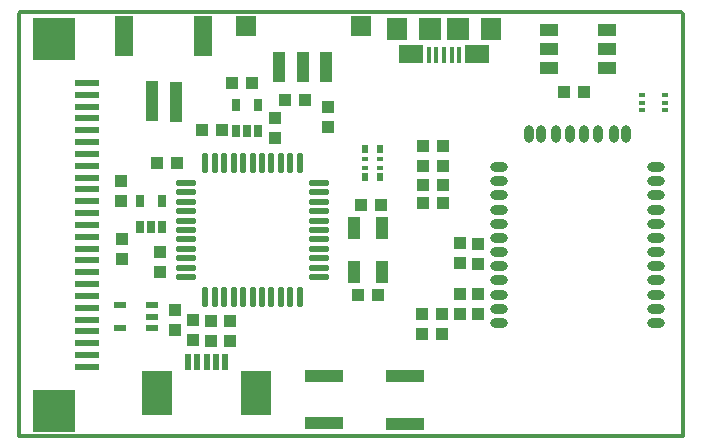
<source format=gtp>
G04 Layer_Color=8421504*
%FSLAX25Y25*%
%MOIN*%
G70*
G01*
G75*
%ADD11R,0.07874X0.02402*%
%ADD12R,0.14173X0.14173*%
%ADD13R,0.05906X0.13386*%
%ADD14R,0.03937X0.13780*%
%ADD15R,0.02362X0.01654*%
%ADD17R,0.02559X0.03937*%
%ADD18O,0.03150X0.05906*%
%ADD19O,0.05906X0.03150*%
%ADD20R,0.04331X0.03937*%
%ADD21R,0.03937X0.04331*%
%ADD22R,0.05906X0.03937*%
%ADD23R,0.09843X0.14961*%
%ADD24R,0.01969X0.05512*%
%ADD25R,0.12598X0.03937*%
%ADD26R,0.07087X0.07480*%
%ADD27R,0.07480X0.07480*%
%ADD28R,0.08268X0.06299*%
%ADD29R,0.01575X0.05315*%
%ADD30R,0.04134X0.02362*%
%ADD31R,0.03937X0.10039*%
%ADD32R,0.06693X0.06693*%
%ADD33R,0.02362X0.02559*%
%ADD34R,0.02362X0.01772*%
%ADD35R,0.04331X0.07480*%
%ADD36O,0.06890X0.02165*%
%ADD37O,0.02165X0.06890*%
%ADD42C,0.01200*%
%ADD57R,0.00492X0.01969*%
D11*
X128929Y122389D02*
D03*
Y126334D02*
D03*
Y146044D02*
D03*
Y142102D02*
D03*
Y185462D02*
D03*
Y165753D02*
D03*
Y169695D02*
D03*
Y161811D02*
D03*
X128929Y189443D02*
D03*
Y201269D02*
D03*
Y197327D02*
D03*
Y217037D02*
D03*
Y193385D02*
D03*
X128929Y157869D02*
D03*
Y153927D02*
D03*
Y149985D02*
D03*
Y181521D02*
D03*
Y177579D02*
D03*
Y173637D02*
D03*
X128929Y213095D02*
D03*
Y209153D02*
D03*
Y205211D02*
D03*
X128929Y138160D02*
D03*
Y134218D02*
D03*
Y130276D02*
D03*
D12*
X117906Y231614D02*
D03*
Y107795D02*
D03*
D13*
X167593Y232672D02*
D03*
X141232Y232677D02*
D03*
D14*
X150476Y210842D02*
D03*
X158362Y210837D02*
D03*
D15*
X321339Y207941D02*
D03*
Y210500D02*
D03*
Y213059D02*
D03*
X313858Y207941D02*
D03*
Y210500D02*
D03*
Y213059D02*
D03*
D17*
X185906Y201102D02*
D03*
X182165D02*
D03*
X178425D02*
D03*
X185906Y209567D02*
D03*
X178425D02*
D03*
X146425Y177567D02*
D03*
X153906D02*
D03*
X146425Y169102D02*
D03*
X150165D02*
D03*
X153906D02*
D03*
D18*
X299326Y199994D02*
D03*
X308381D02*
D03*
X289877D02*
D03*
X294602D02*
D03*
X276098D02*
D03*
X285153D02*
D03*
X304444D02*
D03*
X280035D02*
D03*
D19*
X266255Y137002D02*
D03*
Y141726D02*
D03*
Y146450D02*
D03*
Y151175D02*
D03*
Y155899D02*
D03*
Y160624D02*
D03*
Y165348D02*
D03*
Y170072D02*
D03*
Y174797D02*
D03*
Y179521D02*
D03*
Y184246D02*
D03*
Y188970D02*
D03*
X318617D02*
D03*
Y184246D02*
D03*
Y179521D02*
D03*
Y174797D02*
D03*
Y170072D02*
D03*
Y165348D02*
D03*
Y160624D02*
D03*
Y155899D02*
D03*
Y151175D02*
D03*
Y146450D02*
D03*
Y141726D02*
D03*
Y137002D02*
D03*
D20*
X158945Y190500D02*
D03*
X152252D02*
D03*
X294445Y214000D02*
D03*
X287752D02*
D03*
X247445Y189500D02*
D03*
X240752D02*
D03*
X247445Y196000D02*
D03*
X240752D02*
D03*
X201445Y211500D02*
D03*
X194752D02*
D03*
X183945Y217000D02*
D03*
X177252D02*
D03*
X173945Y201500D02*
D03*
X167252D02*
D03*
X225748Y146500D02*
D03*
X219055D02*
D03*
X240752Y177000D02*
D03*
X247445D02*
D03*
X240752Y183000D02*
D03*
X247445D02*
D03*
X220252Y176500D02*
D03*
X226945D02*
D03*
D21*
X247000Y139945D02*
D03*
Y133252D02*
D03*
X140500Y164945D02*
D03*
Y158252D02*
D03*
X140000Y177555D02*
D03*
Y184248D02*
D03*
X259000Y163445D02*
D03*
Y156752D02*
D03*
X158000Y134555D02*
D03*
Y141248D02*
D03*
X253000Y157055D02*
D03*
Y163748D02*
D03*
X259000Y140055D02*
D03*
Y146748D02*
D03*
X253000Y140055D02*
D03*
Y146748D02*
D03*
X240500Y139945D02*
D03*
Y133252D02*
D03*
X191500Y198555D02*
D03*
Y205248D02*
D03*
X209000Y208945D02*
D03*
Y202252D02*
D03*
X164000Y131252D02*
D03*
Y137945D02*
D03*
X176500Y137748D02*
D03*
Y131055D02*
D03*
X170000Y137748D02*
D03*
Y131055D02*
D03*
X153000Y160748D02*
D03*
Y154055D02*
D03*
D22*
X302176Y222115D02*
D03*
X302176Y228413D02*
D03*
X302177Y234712D02*
D03*
X282879Y234713D02*
D03*
X282879Y228414D02*
D03*
X282878Y222116D02*
D03*
D23*
X152137Y113790D02*
D03*
X185192Y113778D02*
D03*
D24*
X165537Y123889D02*
D03*
X162387Y123889D02*
D03*
X168687Y123888D02*
D03*
X174986Y123887D02*
D03*
X171836Y123888D02*
D03*
D25*
X234671Y103507D02*
D03*
X234670Y119257D02*
D03*
X207890Y119261D02*
D03*
X207892Y103511D02*
D03*
D26*
X232060Y234873D02*
D03*
X263568Y234879D02*
D03*
D27*
X243086Y234873D02*
D03*
X252536Y234876D02*
D03*
D28*
X236784Y226802D02*
D03*
X258838Y226817D02*
D03*
D29*
X245247Y226314D02*
D03*
X242689Y226311D02*
D03*
X247807Y226316D02*
D03*
X250365Y226319D02*
D03*
X252932Y226323D02*
D03*
D30*
X150478Y135458D02*
D03*
X150471Y139164D02*
D03*
X150462Y142895D02*
D03*
X139840Y142906D02*
D03*
X139857Y135469D02*
D03*
D31*
X208565Y222264D02*
D03*
X200681Y222266D02*
D03*
X192805Y222265D02*
D03*
D32*
X220252Y235963D02*
D03*
X181675Y235936D02*
D03*
D33*
X221444Y185545D02*
D03*
X221443Y194986D02*
D03*
X226569Y194982D02*
D03*
X226569Y185541D02*
D03*
D34*
X221441Y188690D02*
D03*
X221441Y191838D02*
D03*
X226567Y191834D02*
D03*
X226566Y188686D02*
D03*
D35*
X227083Y154059D02*
D03*
Y168724D02*
D03*
X217929D02*
D03*
Y154157D02*
D03*
D36*
X161756Y152252D02*
D03*
Y155402D02*
D03*
Y158551D02*
D03*
Y161701D02*
D03*
Y164850D02*
D03*
Y168000D02*
D03*
Y171150D02*
D03*
Y174299D02*
D03*
Y177449D02*
D03*
Y180598D02*
D03*
Y183748D02*
D03*
X206244D02*
D03*
Y180598D02*
D03*
Y177449D02*
D03*
Y174299D02*
D03*
Y171150D02*
D03*
Y168000D02*
D03*
Y164850D02*
D03*
Y161701D02*
D03*
Y158551D02*
D03*
Y155402D02*
D03*
Y152252D02*
D03*
D37*
X168252Y190244D02*
D03*
X171402D02*
D03*
X174551D02*
D03*
X177701D02*
D03*
X180850D02*
D03*
X184000D02*
D03*
X187150D02*
D03*
X190299D02*
D03*
X193449D02*
D03*
X196598D02*
D03*
X199748D02*
D03*
Y145756D02*
D03*
X196598D02*
D03*
X193449D02*
D03*
X190299D02*
D03*
X187150D02*
D03*
X184000D02*
D03*
X180850D02*
D03*
X177701D02*
D03*
X174551D02*
D03*
X171402D02*
D03*
X168252D02*
D03*
D42*
X106570Y240570D02*
X326930D01*
X106000Y240000D02*
X106570Y240570D01*
X106000Y99500D02*
Y240000D01*
X327500Y99500D02*
Y240000D01*
X106000Y99500D02*
X327500D01*
D57*
X203350Y198349D02*
D03*
X201780Y198343D02*
D03*
X200206Y198342D02*
D03*
X197060Y198339D02*
D03*
X198634Y198340D02*
D03*
X198632Y205420D02*
D03*
X197058Y205420D02*
D03*
X200205Y205423D02*
D03*
X201779Y205423D02*
D03*
X203349Y205430D02*
D03*
M02*

</source>
